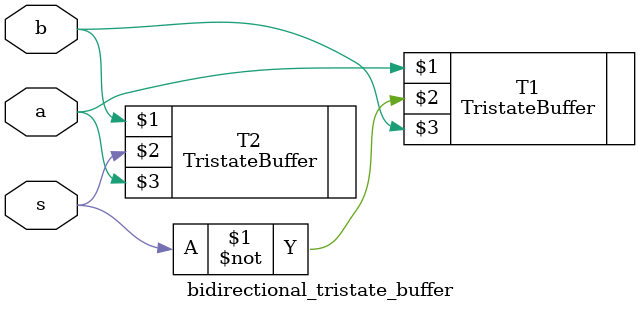
<source format=v>
module bidirectional_tristate_buffer (
    inout a,
    b,
    input s
);

  TristateBuffer T1 (
      a,
      ~s,
      b
  );
  TristateBuffer T2 (
      b,
      s,
      a
  );

endmodule

</source>
